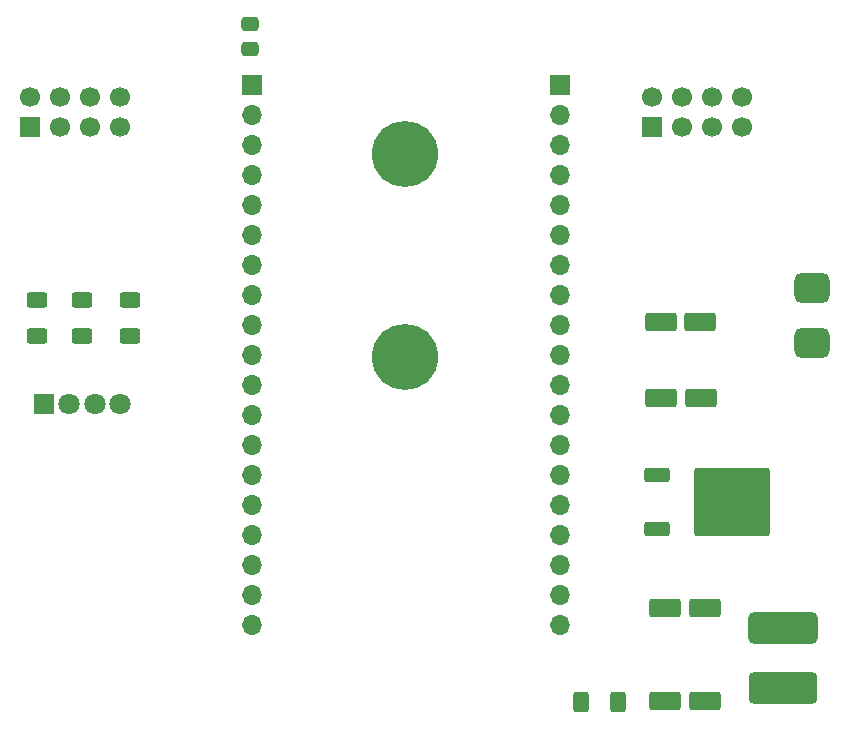
<source format=gbr>
%TF.GenerationSoftware,KiCad,Pcbnew,9.0.0*%
%TF.CreationDate,2025-07-11T11:02:08-04:00*%
%TF.ProjectId,jammerBT_v3,6a616d6d-6572-4425-945f-76332e6b6963,rev?*%
%TF.SameCoordinates,Original*%
%TF.FileFunction,Soldermask,Bot*%
%TF.FilePolarity,Negative*%
%FSLAX46Y46*%
G04 Gerber Fmt 4.6, Leading zero omitted, Abs format (unit mm)*
G04 Created by KiCad (PCBNEW 9.0.0) date 2025-07-11 11:02:08*
%MOMM*%
%LPD*%
G01*
G04 APERTURE LIST*
G04 Aperture macros list*
%AMRoundRect*
0 Rectangle with rounded corners*
0 $1 Rounding radius*
0 $2 $3 $4 $5 $6 $7 $8 $9 X,Y pos of 4 corners*
0 Add a 4 corners polygon primitive as box body*
4,1,4,$2,$3,$4,$5,$6,$7,$8,$9,$2,$3,0*
0 Add four circle primitives for the rounded corners*
1,1,$1+$1,$2,$3*
1,1,$1+$1,$4,$5*
1,1,$1+$1,$6,$7*
1,1,$1+$1,$8,$9*
0 Add four rect primitives between the rounded corners*
20,1,$1+$1,$2,$3,$4,$5,0*
20,1,$1+$1,$4,$5,$6,$7,0*
20,1,$1+$1,$6,$7,$8,$9,0*
20,1,$1+$1,$8,$9,$2,$3,0*%
G04 Aperture macros list end*
%ADD10R,1.700000X1.700000*%
%ADD11O,1.700000X1.700000*%
%ADD12C,1.700000*%
%ADD13R,1.800000X1.800000*%
%ADD14C,1.800000*%
%ADD15C,5.600000*%
%ADD16RoundRect,0.650000X0.850000X-0.650000X0.850000X0.650000X-0.850000X0.650000X-0.850000X-0.650000X0*%
%ADD17RoundRect,0.250000X-0.625000X0.400000X-0.625000X-0.400000X0.625000X-0.400000X0.625000X0.400000X0*%
%ADD18RoundRect,0.250000X-1.075000X-0.550000X1.075000X-0.550000X1.075000X0.550000X-1.075000X0.550000X0*%
%ADD19RoundRect,0.250000X0.475000X-0.337500X0.475000X0.337500X-0.475000X0.337500X-0.475000X-0.337500X0*%
%ADD20RoundRect,0.250000X-0.850000X-0.350000X0.850000X-0.350000X0.850000X0.350000X-0.850000X0.350000X0*%
%ADD21RoundRect,0.249997X-2.950003X-2.650003X2.950003X-2.650003X2.950003X2.650003X-2.950003X2.650003X0*%
%ADD22RoundRect,0.250000X0.400000X0.625000X-0.400000X0.625000X-0.400000X-0.625000X0.400000X-0.625000X0*%
%ADD23RoundRect,0.395250X2.531000X0.922250X-2.531000X0.922250X-2.531000X-0.922250X2.531000X-0.922250X0*%
%ADD24RoundRect,0.395250X2.517250X0.922250X-2.517250X0.922250X-2.517250X-0.922250X2.517250X-0.922250X0*%
G04 APERTURE END LIST*
D10*
%TO.C,J3*%
X174880000Y-76180000D03*
D11*
X174880000Y-78720000D03*
X174880000Y-81260000D03*
X174880000Y-83800000D03*
X174880000Y-86340000D03*
X174880000Y-88880000D03*
X174880000Y-91420000D03*
X174880000Y-93960000D03*
X174880000Y-96500000D03*
X174880000Y-99040000D03*
X174880000Y-101580000D03*
X174880000Y-104120000D03*
X174880000Y-106660000D03*
X174880000Y-109200000D03*
X174880000Y-111740000D03*
X174880000Y-114280000D03*
X174880000Y-116820000D03*
X174880000Y-119360000D03*
X174880000Y-121900000D03*
%TD*%
D10*
%TO.C,J4*%
X200920000Y-76180000D03*
D11*
X200920000Y-78720000D03*
X200920000Y-81260000D03*
X200920000Y-83800000D03*
X200920000Y-86340000D03*
X200920000Y-88880000D03*
X200920000Y-91420000D03*
X200920000Y-93960000D03*
X200920000Y-96500000D03*
X200920000Y-99040000D03*
X200920000Y-101580000D03*
X200920000Y-104120000D03*
X200920000Y-106660000D03*
X200920000Y-109200000D03*
X200920000Y-111740000D03*
X200920000Y-114280000D03*
X200920000Y-116820000D03*
X200920000Y-119360000D03*
X200920000Y-121900000D03*
%TD*%
D10*
%TO.C,U2*%
X208710000Y-79740000D03*
D12*
X208710000Y-77200000D03*
X211250000Y-79740000D03*
X211250000Y-77200000D03*
X213790000Y-79740000D03*
X213790000Y-77200000D03*
X216330000Y-79740000D03*
X216330000Y-77200000D03*
%TD*%
D13*
%TO.C,D1*%
X157260000Y-103175000D03*
D14*
X159419000Y-103175000D03*
X161578000Y-103175000D03*
X163737000Y-103175000D03*
%TD*%
D15*
%TO.C,H2*%
X187840000Y-99175000D03*
%TD*%
D16*
%TO.C,SW1*%
X222250000Y-98065000D03*
X222250000Y-93365000D03*
%TD*%
D10*
%TO.C,U3*%
X156105000Y-79740000D03*
D12*
X156105000Y-77200000D03*
X158645000Y-79740000D03*
X158645000Y-77200000D03*
X161185000Y-79740000D03*
X161185000Y-77200000D03*
X163725000Y-79740000D03*
X163725000Y-77200000D03*
%TD*%
D15*
%TO.C,H1*%
X187800000Y-82020000D03*
%TD*%
D17*
%TO.C,R2*%
X164575000Y-94375000D03*
X164575000Y-97475000D03*
%TD*%
D18*
%TO.C,C2*%
X209850000Y-128325000D03*
X213200000Y-128325000D03*
%TD*%
D17*
%TO.C,R1*%
X156675000Y-94375000D03*
X156675000Y-97475000D03*
%TD*%
D19*
%TO.C,C6*%
X174725000Y-73137500D03*
X174725000Y-71062500D03*
%TD*%
D17*
%TO.C,R3*%
X160450000Y-94375000D03*
X160450000Y-97475000D03*
%TD*%
D18*
%TO.C,C5*%
X209475000Y-96225000D03*
X212825000Y-96225000D03*
%TD*%
D20*
%TO.C,U1*%
X209195000Y-113782500D03*
D21*
X215495000Y-111502500D03*
D20*
X209195000Y-109222500D03*
%TD*%
D18*
%TO.C,C4*%
X209525000Y-102650000D03*
X212875000Y-102650000D03*
%TD*%
D22*
%TO.C,R4*%
X205825000Y-128450000D03*
X202725000Y-128450000D03*
%TD*%
D18*
%TO.C,C3*%
X209850000Y-120475000D03*
X213200000Y-120475000D03*
%TD*%
D23*
%TO.C,J1*%
X219826250Y-122133750D03*
D24*
X219840000Y-127216250D03*
%TD*%
M02*

</source>
